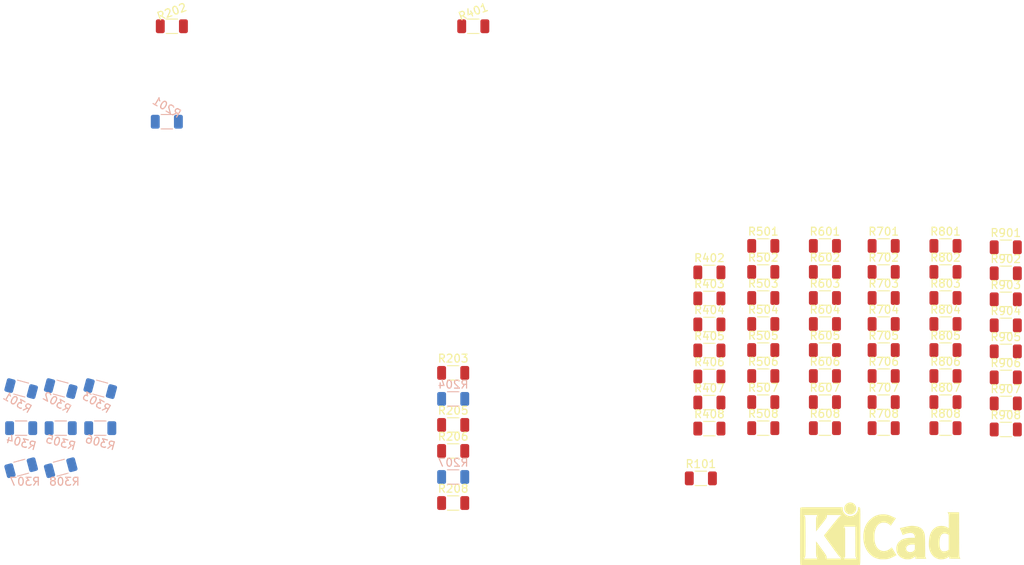
<source format=kicad_pcb>
(kicad_pcb (version 20231231) (generator "pcbnew") (generator_version "7.99")
  (layers (0 "F.Cu" signal) (31 "B.Cu" signal) (34 "B.Paste" user) (35 "F.Paste" user) (36 "B.SilkS" user "B.Silkscreen") (37 "F.SilkS" user "F.Silkscreen") (38 "B.Mask" user) (39 "F.Mask" user) (44 "Edge.Cuts" user))
  (net 0 "")
  (footprint "Resistor_SMD:R_1206_3216Metric" (layer "F.Cu") (at 105.41 88.495)
    (property "Reference" "R205" (at 0 -1.82 0) (layer "F.SilkS"))
    (property "Value" "R")
    (pad "1" smd roundrect (at -1.4625 0) (size 1.125 1.75) (layers "F.Cu" "F.Paste" "F.Mask") (roundrect_rratio 0.222222))
    (pad "2" smd roundrect (at 1.4625 0) (size 1.125 1.75) (layers "F.Cu" "F.Paste" "F.Mask") (roundrect_rratio 0.222222))
  )
  (footprint "Resistor_SMD:R_1206_3216Metric" (layer "F.Cu") (at 175.26 66.04)
    (property "Reference" "R901" (at 0 -1.82 0) (layer "F.SilkS"))
    (property "Value" "R")
    (pad "1" smd roundrect (at -1.4625 0) (size 1.125 1.75) (layers "F.Cu" "F.Paste" "F.Mask") (roundrect_rratio 0.222222))
    (pad "2" smd roundrect (at 1.4625 0) (size 1.125 1.75) (layers "F.Cu" "F.Paste" "F.Mask") (roundrect_rratio 0.222222))
  )
  (footprint "Resistor_SMD:R_1206_3216Metric" (layer "F.Cu") (at 159.8275 79.03)
    (property "Reference" "R705" (at 0 -1.82 0) (layer "F.SilkS"))
    (property "Value" "R")
    (pad "1" smd roundrect (at -1.4625 0) (size 1.125 1.75) (layers "F.Cu" "F.Paste" "F.Mask") (roundrect_rratio 0.222222))
    (pad "2" smd roundrect (at 1.4625 0) (size 1.125 1.75) (layers "F.Cu" "F.Paste" "F.Mask") (roundrect_rratio 0.222222))
  )
  (footprint "Resistor_SMD:R_1206_3216Metric" (layer "F.Cu") (at 107.95 38.1)
    (property "Reference" "R401" (at 0 -1.82 20) (layer "F.SilkS"))
    (property "Value" "R")
    (pad "1" smd roundrect (at -1.4625 0) (size 1.125 1.75) (layers "F.Cu" "F.Paste" "F.Mask") (roundrect_rratio 0.222222))
    (pad "2" smd roundrect (at 1.4625 0) (size 1.125 1.75) (layers "F.Cu" "F.Paste" "F.Mask") (roundrect_rratio 0.222222))
  )
  (footprint "Resistor_SMD:R_1206_3216Metric" (layer "F.Cu") (at 175.26 82.49)
    (property "Reference" "R906" (at 0 -1.82 0) (layer "F.SilkS"))
    (property "Value" "R")
    (pad "1" smd roundrect (at -1.4625 0) (size 1.125 1.75) (layers "F.Cu" "F.Paste" "F.Mask") (roundrect_rratio 0.222222))
    (pad "2" smd roundrect (at 1.4625 0) (size 1.125 1.75) (layers "F.Cu" "F.Paste" "F.Mask") (roundrect_rratio 0.222222))
  )
  (footprint "Resistor_SMD:R_1206_3216Metric" (layer "F.Cu") (at 175.26 72.62)
    (property "Reference" "R903" (at 0 -1.82 0) (layer "F.SilkS"))
    (property "Value" "R")
    (pad "1" smd roundrect (at -1.4625 0) (size 1.125 1.75) (layers "F.Cu" "F.Paste" "F.Mask") (roundrect_rratio 0.222222))
    (pad "2" smd roundrect (at 1.4625 0) (size 1.125 1.75) (layers "F.Cu" "F.Paste" "F.Mask") (roundrect_rratio 0.222222))
  )
  (footprint "Resistor_SMD:R_1206_3216Metric" (layer "F.Cu") (at 137.795 88.955)
    (property "Reference" "R408" (at 0 -1.82 0) (layer "F.SilkS"))
    (property "Value" "R")
    (pad "1" smd roundrect (at -1.4625 0) (size 1.125 1.75) (layers "F.Cu" "F.Paste" "F.Mask") (roundrect_rratio 0.222222))
    (pad "2" smd roundrect (at 1.4625 0) (size 1.125 1.75) (layers "F.Cu" "F.Paste" "F.Mask") (roundrect_rratio 0.222222))
  )
  (footprint "Resistor_SMD:R_1206_3216Metric" (layer "F.Cu") (at 152.4 65.87)
    (property "Reference" "R601" (at 0 -1.82 0) (layer "F.SilkS"))
    (property "Value" "R")
    (pad "1" smd roundrect (at -1.4625 0) (size 1.125 1.75) (layers "F.Cu" "F.Paste" "F.Mask") (roundrect_rratio 0.222222))
    (pad "2" smd roundrect (at 1.4625 0) (size 1.125 1.75) (layers "F.Cu" "F.Paste" "F.Mask") (roundrect_rratio 0.222222))
  )
  (footprint "Resistor_SMD:R_1206_3216Metric" (layer "F.Cu") (at 152.4 75.74)
    (property "Reference" "R604" (at 0 -1.82 0) (layer "F.SilkS"))
    (property "Value" "R")
    (pad "1" smd roundrect (at -1.4625 0) (size 1.125 1.75) (layers "F.Cu" "F.Paste" "F.Mask") (roundrect_rratio 0.222222))
    (pad "2" smd roundrect (at 1.4625 0) (size 1.125 1.75) (layers "F.Cu" "F.Paste" "F.Mask") (roundrect_rratio 0.222222))
  )
  (footprint "Resistor_SMD:R_1206_3216Metric" (layer "F.Cu") (at 175.26 89.07)
    (property "Reference" "R908" (at 0 -1.82 0) (layer "F.SilkS"))
    (property "Value" "R")
    (pad "1" smd roundrect (at -1.4625 0) (size 1.125 1.75) (layers "F.Cu" "F.Paste" "F.Mask") (roundrect_rratio 0.222222))
    (pad "2" smd roundrect (at 1.4625 0) (size 1.125 1.75) (layers "F.Cu" "F.Paste" "F.Mask") (roundrect_rratio 0.222222))
  )
  (footprint "Resistor_SMD:R_1206_3216Metric" (layer "F.Cu") (at 105.41 91.785)
    (property "Reference" "R206" (at 0 -1.82 0) (layer "F.SilkS"))
    (property "Value" "R")
    (pad "1" smd roundrect (at -1.4625 0) (size 1.125 1.75) (layers "F.Cu" "F.Paste" "F.Mask") (roundrect_rratio 0.222222))
    (pad "2" smd roundrect (at 1.4625 0) (size 1.125 1.75) (layers "F.Cu" "F.Paste" "F.Mask") (roundrect_rratio 0.222222))
  )
  (footprint "Resistor_SMD:R_1206_3216Metric" (layer "F.Cu") (at 175.26 75.91)
    (property "Reference" "R904" (at 0 -1.82 0) (layer "F.SilkS"))
    (property "Value" "R")
    (pad "1" smd roundrect (at -1.4625 0) (size 1.125 1.75) (layers "F.Cu" "F.Paste" "F.Mask") (roundrect_rratio 0.222222))
    (pad "2" smd roundrect (at 1.4625 0) (size 1.125 1.75) (layers "F.Cu" "F.Paste" "F.Mask") (roundrect_rratio 0.222222))
  )
  (footprint "Resistor_SMD:R_1206_3216Metric" (layer "F.Cu") (at 159.8275 88.9)
    (property "Reference" "R708" (at 0 -1.82 0) (layer "F.SilkS"))
    (property "Value" "R")
    (pad "1" smd roundrect (at -1.4625 0) (size 1.125 1.75) (layers "F.Cu" "F.Paste" "F.Mask") (roundrect_rratio 0.222222))
    (pad "2" smd roundrect (at 1.4625 0) (size 1.125 1.75) (layers "F.Cu" "F.Paste" "F.Mask") (roundrect_rratio 0.222222))
  )
  (footprint "Resistor_SMD:R_1206_3216Metric" (layer "F.Cu") (at 167.64 65.87)
    (property "Reference" "R801" (at 0 -1.82 0) (layer "F.SilkS"))
    (property "Value" "R")
    (pad "1" smd roundrect (at -1.4625 0) (size 1.125 1.75) (layers "F.Cu" "F.Paste" "F.Mask") (roundrect_rratio 0.222222))
    (pad "2" smd roundrect (at 1.4625 0) (size 1.125 1.75) (layers "F.Cu" "F.Paste" "F.Mask") (roundrect_rratio 0.222222))
  )
  (footprint "Resistor_SMD:R_1206_3216Metric" (layer "F.Cu") (at 69.85 38.1)
    (property "Reference" "R202" (at 0 -1.82 20) (layer "F.SilkS"))
    (property "Value" "R")
    (pad "1" smd roundrect (at -1.4625 0) (size 1.125 1.75) (layers "F.Cu" "F.Paste" "F.Mask") (roundrect_rratio 0.222222))
    (pad "2" smd roundrect (at 1.4625 0) (size 1.125 1.75) (layers "F.Cu" "F.Paste" "F.Mask") (roundrect_rratio 0.222222))
  )
  (footprint "Resistor_SMD:R_1206_3216Metric" (layer "F.Cu") (at 175.26 69.33)
    (property "Reference" "R902" (at 0 -1.82 0) (layer "F.SilkS"))
    (property "Value" "R")
    (pad "1" smd roundrect (at -1.4625 0) (size 1.125 1.75) (layers "F.Cu" "F.Paste" "F.Mask") (roundrect_rratio 0.222222))
    (pad "2" smd roundrect (at 1.4625 0) (size 1.125 1.75) (layers "F.Cu" "F.Paste" "F.Mask") (roundrect_rratio 0.222222))
  )
  (footprint "Resistor_SMD:R_1206_3216Metric" (layer "F.Cu") (at 159.8275 82.32)
    (property "Reference" "R706" (at 0 -1.82 0) (layer "F.SilkS"))
    (property "Value" "R")
    (pad "1" smd roundrect (at -1.4625 0) (size 1.125 1.75) (layers "F.Cu" "F.Paste" "F.Mask") (roundrect_rratio 0.222222))
    (pad "2" smd roundrect (at 1.4625 0) (size 1.125 1.75) (layers "F.Cu" "F.Paste" "F.Mask") (roundrect_rratio 0.222222))
  )
  (footprint "Resistor_SMD:R_1206_3216Metric" (layer "F.Cu") (at 137.795 75.795)
    (property "Reference" "R404" (at 0 -1.82 0) (layer "F.SilkS"))
    (property "Value" "R")
    (pad "1" smd roundrect (at -1.4625 0) (size 1.125 1.75) (layers "F.Cu" "F.Paste" "F.Mask") (roundrect_rratio 0.222222))
    (pad "2" smd roundrect (at 1.4625 0) (size 1.125 1.75) (layers "F.Cu" "F.Paste" "F.Mask") (roundrect_rratio 0.222222))
  )
  (footprint "Resistor_SMD:R_1206_3216Metric" (layer "F.Cu") (at 144.6075 79.03)
    (property "Reference" "R505" (at 0 -1.82 0) (layer "F.SilkS"))
    (property "Value" "R")
    (pad "1" smd roundrect (at -1.4625 0) (size 1.125 1.75) (layers "F.Cu" "F.Paste" "F.Mask") (roundrect_rratio 0.222222))
    (pad "2" smd roundrect (at 1.4625 0) (size 1.125 1.75) (layers "F.Cu" "F.Paste" "F.Mask") (roundrect_rratio 0.222222))
  )
  (footprint "Resistor_SMD:R_1206_3216Metric" (layer "F.Cu") (at 167.64 88.9)
    (property "Reference" "R808" (at 0 -1.82 0) (layer "F.SilkS"))
    (property "Value" "R")
    (pad "1" smd roundrect (at -1.4625 0) (size 1.125 1.75) (layers "F.Cu" "F.Paste" "F.Mask") (roundrect_rratio 0.222222))
    (pad "2" smd roundrect (at 1.4625 0) (size 1.125 1.75) (layers "F.Cu" "F.Paste" "F.Mask") (roundrect_rratio 0.222222))
  )
  (footprint "Resistor_SMD:R_1206_3216Metric" (layer "F.Cu") (at 136.7175 95.25)
    (property "Reference" "R101" (at 0 -1.82 0) (layer "F.SilkS"))
    (property "Value" "R")
    (pad "1" smd roundrect (at -1.4625 0) (size 1.125 1.75) (layers "F.Cu" "F.Paste" "F.Mask") (roundrect_rratio 0.222222))
    (pad "2" smd roundrect (at 1.4625 0) (size 1.125 1.75) (layers "F.Cu" "F.Paste" "F.Mask") (roundrect_rratio 0.222222))
  )
  (footprint "Resistor_SMD:R_1206_3216Metric" (layer "F.Cu") (at 175.26 85.78)
    (property "Reference" "R907" (at 0 -1.82 0) (layer "F.SilkS"))
    (property "Value" "R")
    (pad "1" smd roundrect (at -1.4625 0) (size 1.125 1.75) (layers "F.Cu" "F.Paste" "F.Mask") (roundrect_rratio 0.222222))
    (pad "2" smd roundrect (at 1.4625 0) (size 1.125 1.75) (layers "F.Cu" "F.Paste" "F.Mask") (roundrect_rratio 0.222222))
  )
  (footprint "Resistor_SMD:R_1206_3216Metric" (layer "F.Cu") (at 152.4 82.32)
    (property "Reference" "R606" (at 0 -1.82 0) (layer "F.SilkS"))
    (property "Value" "R")
    (pad "1" smd roundrect (at -1.4625 0) (size 1.125 1.75) (layers "F.Cu" "F.Paste" "F.Mask") (roundrect_rratio 0.222222))
    (pad "2" smd roundrect (at 1.4625 0) (size 1.125 1.75) (layers "F.Cu" "F.Paste" "F.Mask") (roundrect_rratio 0.222222))
  )
  (footprint "Resistor_SMD:R_1206_3216Metric" (layer "F.Cu") (at 144.6075 82.32)
    (property "Reference" "R506" (at 0 -1.82 0) (layer "F.SilkS"))
    (property "Value" "R")
    (pad "1" smd roundrect (at -1.4625 0) (size 1.125 1.75) (layers "F.Cu" "F.Paste" "F.Mask") (roundrect_rratio 0.222222))
    (pad "2" smd roundrect (at 1.4625 0) (size 1.125 1.75) (layers "F.Cu" "F.Paste" "F.Mask") (roundrect_rratio 0.222222))
  )
  (footprint "Resistor_SMD:R_1206_3216Metric" (layer "F.Cu") (at 144.6075 72.45)
    (property "Reference" "R503" (at 0 -1.82 0) (layer "F.SilkS"))
    (property "Value" "R")
    (pad "1" smd roundrect (at -1.4625 0) (size 1.125 1.75) (layers "F.Cu" "F.Paste" "F.Mask") (roundrect_rratio 0.222222))
    (pad "2" smd roundrect (at 1.4625 0) (size 1.125 1.75) (layers "F.Cu" "F.Paste" "F.Mask") (roundrect_rratio 0.222222))
  )
  (footprint "Resistor_SMD:R_1206_3216Metric" (layer "F.Cu") (at 144.6075 65.87)
    (property "Reference" "R501" (at 0 -1.82 0) (layer "F.SilkS"))
    (property "Value" "R")
    (pad "1" smd roundrect (at -1.4625 0) (size 1.125 1.75) (layers "F.Cu" "F.Paste" "F.Mask") (roundrect_rratio 0.222222))
    (pad "2" smd roundrect (at 1.4625 0) (size 1.125 1.75) (layers "F.Cu" "F.Paste" "F.Mask") (roundrect_rratio 0.222222))
  )
  (footprint "Resistor_SMD:R_1206_3216Metric" (layer "F.Cu") (at 152.4 85.61)
    (property "Reference" "R607" (at 0 -1.82 0) (layer "F.SilkS"))
    (property "Value" "R")
    (pad "1" smd roundrect (at -1.4625 0) (size 1.125 1.75) (layers "F.Cu" "F.Paste" "F.Mask") (roundrect_rratio 0.222222))
    (pad "2" smd roundrect (at 1.4625 0) (size 1.125 1.75) (layers "F.Cu" "F.Paste" "F.Mask") (roundrect_rratio 0.222222))
  )
  (footprint "Resistor_SMD:R_1206_3216Metric" (layer "F.Cu") (at 167.64 85.61)
    (property "Reference" "R807" (at 0 -1.82 0) (layer "F.SilkS"))
    (property "Value" "R")
    (pad "1" smd roundrect (at -1.4625 0) (size 1.125 1.75) (layers "F.Cu" "F.Paste" "F.Mask") (roundrect_rratio 0.222222))
    (pad "2" smd roundrect (at 1.4625 0) (size 1.125 1.75) (layers "F.Cu" "F.Paste" "F.Mask") (roundrect_rratio 0.222222))
  )
  (footprint "Resistor_SMD:R_1206_3216Metric" (layer "F.Cu") (at 137.795 69.215)
    (property "Reference" "R402" (at 0 -1.82 0) (layer "F.SilkS"))
    (property "Value" "R")
    (pad "1" smd roundrect (at -1.4625 0) (size 1.125 1.75) (layers "F.Cu" "F.Paste" "F.Mask") (roundrect_rratio 0.222222))
    (pad "2" smd roundrect (at 1.4625 0) (size 1.125 1.75) (layers "F.Cu" "F.Paste" "F.Mask") (roundrect_rratio 0.222222))
  )
  (footprint "Resistor_SMD:R_1206_3216Metric" (layer "F.Cu") (at 175.26 79.2)
    (property "Reference" "R905" (at 0 -1.82 0) (layer "F.SilkS"))
    (property "Value" "R")
    (pad "1" smd roundrect (at -1.4625 0) (size 1.125 1.75) (layers "F.Cu" "F.Paste" "F.Mask") (roundrect_rratio 0.222222))
    (pad "2" smd roundrect (at 1.4625 0) (size 1.125 1.75) (layers "F.Cu" "F.Paste" "F.Mask") (roundrect_rratio 0.222222))
  )
  (footprint "Resistor_SMD:R_1206_3216Metric" (layer "F.Cu") (at 167.64 75.74)
    (property "Reference" "R804" (at 0 -1.82 0) (layer "F.SilkS"))
    (property "Value" "R")
    (pad "1" smd roundrect (at -1.4625 0) (size 1.125 1.75) (layers "F.Cu" "F.Paste" "F.Mask") (roundrect_rratio 0.222222))
    (pad "2" smd roundrect (at 1.4625 0) (size 1.125 1.75) (layers "F.Cu" "F.Paste" "F.Mask") (roundrect_rratio 0.222222))
  )
  (footprint "Resistor_SMD:R_1206_3216Metric" (layer "F.Cu") (at 152.4 79.03)
    (property "Reference" "R605" (at 0 -1.82 0) (layer "F.SilkS"))
    (property "Value" "R")
    (pad "1" smd roundrect (at -1.4625 0) (size 1.125 1.75) (layers "F.Cu" "F.Paste" "F.Mask") (roundrect_rratio 0.222222))
    (pad "2" smd roundrect (at 1.4625 0) (size 1.125 1.75) (layers "F.Cu" "F.Paste" "F.Mask") (roundrect_rratio 0.222222))
  )
  (footprint "Resistor_SMD:R_1206_3216Metric" (layer "F.Cu") (at 144.6075 88.9)
    (property "Reference" "R508" (at 0 -1.82 0) (layer "F.SilkS"))
    (property "Value" "R")
    (pad "1" smd roundrect (at -1.4625 0) (size 1.125 1.75) (layers "F.Cu" "F.Paste" "F.Mask") (roundrect_rratio 0.222222))
    (pad "2" smd roundrect (at 1.4625 0) (size 1.125 1.75) (layers "F.Cu" "F.Paste" "F.Mask") (roundrect_rratio 0.222222))
  )
  (footprint "Resistor_SMD:R_1206_3216Metric" (layer "F.Cu") (at 159.8275 69.16)
    (property "Reference" "R702" (at 0 -1.82 0) (layer "F.SilkS"))
    (property "Value" "R")
    (pad "1" smd roundrect (at -1.4625 0) (size 1.125 1.75) (layers "F.Cu" "F.Paste" "F.Mask") (roundrect_rratio 0.222222))
    (pad "2" smd roundrect (at 1.4625 0) (size 1.125 1.75) (layers "F.Cu" "F.Paste" "F.Mask") (roundrect_rratio 0.222222))
  )
  (footprint "Resistor_SMD:R_1206_3216Metric" (layer "F.Cu") (at 159.8275 75.74)
    (property "Reference" "R704" (at 0 -1.82 0) (layer "F.SilkS"))
    (property "Value" "R")
    (pad "1" smd roundrect (at -1.4625 0) (size 1.125 1.75) (layers "F.Cu" "F.Paste" "F.Mask") (roundrect_rratio 0.222222))
    (pad "2" smd roundrect (at 1.4625 0) (size 1.125 1.75) (layers "F.Cu" "F.Paste" "F.Mask") (roundrect_rratio 0.222222))
  )
  (footprint "Resistor_SMD:R_1206_3216Metric" (layer "F.Cu") (at 137.795 72.505)
    (property "Reference" "R403" (at 0 -1.82 0) (layer "F.SilkS"))
    (property "Value" "R")
    (pad "1" smd roundrect (at -1.4625 0) (size 1.125 1.75) (layers "F.Cu" "F.Paste" "F.Mask") (roundrect_rratio 0.222222))
    (pad "2" smd roundrect (at 1.4625 0) (size 1.125 1.75) (layers "F.Cu" "F.Paste" "F.Mask") (roundrect_rratio 0.222222))
  )
  (footprint "Resistor_SMD:R_1206_3216Metric" (layer "F.Cu") (at 152.4 72.45)
    (property "Reference" "R603" (at 0 -1.82 0) (layer "F.SilkS"))
    (property "Value" "R")
    (pad "1" smd roundrect (at -1.4625 0) (size 1.125 1.75) (layers "F.Cu" "F.Paste" "F.Mask") (roundrect_rratio 0.222222))
    (pad "2" smd roundrect (at 1.4625 0) (size 1.125 1.75) (layers "F.Cu" "F.Paste" "F.Mask") (roundrect_rratio 0.222222))
  )
  (footprint "Resistor_SMD:R_1206_3216Metric" (layer "F.Cu") (at 137.795 82.375)
    (property "Reference" "R406" (at 0 -1.82 0) (layer "F.SilkS"))
    (property "Value" "R")
    (pad "1" smd roundrect (at -1.4625 0) (size 1.125 1.75) (layers "F.Cu" "F.Paste" "F.Mask") (roundrect_rratio 0.222222))
    (pad "2" smd roundrect (at 1.4625 0) (size 1.125 1.75) (layers "F.Cu" "F.Paste" "F.Mask") (roundrect_rratio 0.222222))
  )
  (footprint "Resistor_SMD:R_1206_3216Metric" (layer "F.Cu") (at 144.6075 75.74)
    (property "Reference" "R504" (at 0 -1.82 0) (layer "F.SilkS"))
    (property "Value" "R")
    (pad "1" smd roundrect (at -1.4625 0) (size 1.125 1.75) (layers "F.Cu" "F.Paste" "F.Mask") (roundrect_rratio 0.222222))
    (pad "2" smd roundrect (at 1.4625 0) (size 1.125 1.75) (layers "F.Cu" "F.Paste" "F.Mask") (roundrect_rratio 0.222222))
  )
  (footprint "Resistor_SMD:R_1206_3216Metric" (layer "F.Cu") (at 105.41 81.915)
    (property "Reference" "R203" (at 0 -1.82 0) (layer "F.SilkS"))
    (property "Value" "R")
    (pad "1" smd roundrect (at -1.4625 0) (size 1.125 1.75) (layers "F.Cu" "F.Paste" "F.Mask") (roundrect_rratio 0.222222))
    (pad "2" smd roundrect (at 1.4625 0) (size 1.125 1.75) (layers "F.Cu" "F.Paste" "F.Mask") (roundrect_rratio 0.222222))
  )
  (footprint "Resistor_SMD:R_1206_3216Metric" (layer "F.Cu") (at 167.64 72.45)
    (property "Reference" "R803" (at 0 -1.82 0) (layer "F.SilkS"))
    (property "Value" "R")
    (pad "1" smd roundrect (at -1.4625 0) (size 1.125 1.75) (layers "F.Cu" "F.Paste" "F.Mask") (roundrect_rratio 0.222222))
    (pad "2" smd roundrect (at 1.4625 0) (size 1.125 1.75) (layers "F.Cu" "F.Paste" "F.Mask") (roundrect_rratio 0.222222))
  )
  (footprint "Resistor_SMD:R_1206_3216Metric" (layer "F.Cu") (at 137.795 85.665)
    (property "Reference" "R407" (at 0 -1.82 0) (layer "F.SilkS"))
    (property "Value" "R")
    (pad "1" smd roundrect (at -1.4625 0) (size 1.125 1.75) (layers "F.Cu" "F.Paste" "F.Mask") (roundrect_rratio 0.222222))
    (pad "2" smd roundrect (at 1.4625 0) (size 1.125 1.75) (layers "F.Cu" "F.Paste" "F.Mask") (roundrect_rratio 0.222222))
  )
  (footprint "Resistor_SMD:R_1206_3216Metric" (layer "F.Cu") (at 167.64 82.32)
    (property "Reference" "R806" (at 0 -1.82 0) (layer "F.SilkS"))
    (property "Value" "R")
    (pad "1" smd roundrect (at -1.4625 0) (size 1.125 1.75) (layers "F.Cu" "F.Paste" "F.Mask") (roundrect_rratio 0.222222))
    (pad "2" smd roundrect (at 1.4625 0) (size 1.125 1.75) (layers "F.Cu" "F.Paste" "F.Mask") (roundrect_rratio 0.222222))
  )
  (footprint "Resistor_SMD:R_1206_3216Metric" (layer "F.Cu") (at 152.4 69.16)
    (property "Reference" "R602" (at 0 -1.82 0) (layer "F.SilkS"))
    (property "Value" "R")
    (pad "1" smd roundrect (at -1.4625 0) (size 1.125 1.75) (layers "F.Cu" "F.Paste" "F.Mask") (roundrect_rratio 0.222222))
    (pad "2" smd roundrect (at 1.4625 0) (size 1.125 1.75) (layers "F.Cu" "F.Paste" "F.Mask") (roundrect_rratio 0.222222))
  )
  (footprint "Resistor_SMD:R_1206_3216Metric" (layer "F.Cu") (at 159.8275 72.45)
    (property "Reference" "R703" (at 0 -1.82 0) (layer "F.SilkS"))
    (property "Value" "R")
    (pad "1" smd roundrect (at -1.4625 0) (size 1.125 1.75) (layers "F.Cu" "F.Paste" "F.Mask") (roundrect_rratio 0.222222))
    (pad "2" smd roundrect (at 1.4625 0) (size 1.125 1.75) (layers "F.Cu" "F.Paste" "F.Mask") (roundrect_rratio 0.222222))
  )
  (footprint "Resistor_SMD:R_1206_3216Metric" (layer "F.Cu") (at 105.41 98.365)
    (property "Reference" "R208" (at 0 -1.82 0) (layer "F.SilkS"))
    (property "Value" "R")
    (pad "1" smd roundrect (at -1.4625 0) (size 1.125 1.75) (layers "F.Cu" "F.Paste" "F.Mask") (roundrect_rratio 0.222222))
    (pad "2" smd roundrect (at 1.4625 0) (size 1.125 1.75) (layers "F.Cu" "F.Paste" "F.Mask") (roundrect_rratio 0.222222))
  )
  (footprint "Resistor_SMD:R_1206_3216Metric" (layer "F.Cu") (at 159.8275 65.87)
    (property "Reference" "R701" (at 0 -1.82 0) (layer "F.SilkS"))
    (property "Value" "R")
    (pad "1" smd roundrect (at -1.4625 0) (size 1.125 1.75) (layers "F.Cu" "F.Paste" "F.Mask") (roundrect_rratio 0.222222))
    (pad "2" smd roundrect (at 1.4625 0) (size 1.125 1.75) (layers "F.Cu" "F.Paste" "F.Mask") (roundrect_rratio 0.222222))
  )
  (footprint "Resistor_SMD:R_1206_3216Metric" (layer "F.Cu") (at 159.8275 85.61)
    (property "Reference" "R707" (at 0 -1.82 0) (layer "F.SilkS"))
    (property "Value" "R")
    (pad "1" smd roundrect (at -1.4625 0) (size 1.125 1.75) (layers "F.Cu" "F.Paste" "F.Mask") (roundrect_rratio 0.222222))
    (pad "2" smd roundrect (at 1.4625 0) (size 1.125 1.75) (layers "F.Cu" "F.Paste" "F.Mask") (roundrect_rratio 0.222222))
  )
  (footprint "Resistor_SMD:R_1206_3216Metric" (layer "F.Cu") (at 167.64 79.03)
    (property "Reference" "R805" (at 0 -1.82 0) (layer "F.SilkS"))
    (property "Value" "R")
    (pad "1" smd roundrect (at -1.4625 0) (size 1.125 1.75) (layers "F.Cu" "F.Paste" "F.Mask") (roundrect_rratio 0.222222))
    (pad "2" smd roundrect (at 1.4625 0) (size 1.125 1.75) (layers "F.Cu" "F.Paste" "F.Mask") (roundrect_rratio 0.222222))
  )
  (footprint "Resistor_SMD:R_1206_3216Metric" (layer "F.Cu") (at 152.4 88.9)
    (property "Reference" "R608" (at 0 -1.82 0) (layer "F.SilkS"))
    (property "Value" "R")
    (pad "1" smd roundrect (at -1.4625 0) (size 1.125 1.75) (layers "F.Cu" "F.Paste" "F.Mask") (roundrect_rratio 0.222222))
    (pad "2" smd roundrect (at 1.4625 0) (size 1.125 1.75) (layers "F.Cu" "F.Paste" "F.Mask") (roundrect_rratio 0.222222))
  )
  (footprint "Resistor_SMD:R_1206_3216Metric" (layer "F.Cu") (at 137.795 79.085)
    (property "Reference" "R405" (at 0 -1.82 0) (layer "F.SilkS"))
    (property "Value" "R")
    (pad "1" smd roundrect (at -1.4625 0) (size 1.125 1.75) (layers "F.Cu" "F.Paste" "F.Mask") (roundrect_rratio 0.222222))
    (pad "2" smd roundrect (at 1.4625 0) (size 1.125 1.75) (layers "F.Cu" "F.Paste" "F.Mask") (roundrect_rratio 0.222222))
  )
  (footprint "Resistor_SMD:R_1206_3216Metric" (layer "F.Cu") (at 144.6075 69.16)
    (property "Reference" "R502" (at 0 -1.82 0) (layer "F.SilkS"))
    (property "Value" "R")
    (pad "1" smd roundrect (at -1.4625 0) (size 1.125 1.75) (layers "F.Cu" "F.Paste" "F.Mask") (roundrect_rratio 0.222222))
    (pad "2" smd roundrect (at 1.4625 0) (size 1.125 1.75) (layers "F.Cu" "F.Paste" "F.Mask") (roundrect_rratio 0.222222))
  )
  (footprint "Resistor_SMD:R_1206_3216Metric" (layer "F.Cu") (at 144.6075 85.61)
    (property "Reference" "R507" (at 0 -1.82 0) (layer "F.SilkS"))
    (property "Value" "R")
    (pad "1" smd roundrect (at -1.4625 0) (size 1.125 1.75) (layers "F.Cu" "F.Paste" "F.Mask") (roundrect_rratio 0.222222))
    (pad "2" smd roundrect (at 1.4625 0) (size 1.125 1.75) (layers "F.Cu" "F.Paste" "F.Mask") (roundrect_rratio 0.222222))
  )
  (footprint "Symbol:KiCad-Logo_8mm_SilkScreen" (layer "F.Cu") (at 159.385 102.235)
    (property "Reference" "REF**" (hide yes))
    (property "Value" "KiCad-Logo_8mm_SilkScreen" (hide yes))
  )
  (footprint "Resistor_SMD:R_1206_3216Metric" (layer "F.Cu") (at 167.64 69.16)
    (property "Reference" "R802" (at 0 -1.82 0) (layer "F.SilkS"))
    (property "Value" "R")
    (pad "1" smd roundrect (at -1.4625 0) (size 1.125 1.75) (layers "F.Cu" "F.Paste" "F.Mask") (roundrect_rratio 0.222222))
    (pad "2" smd roundrect (at 1.4625 0) (size 1.125 1.75) (layers "F.Cu" "F.Paste" "F.Mask") (roundrect_rratio 0.222222))
  )
  (footprint "Resistor_SMD:R_1206_3216Metric" (layer "B.Cu") (at 55.8 93.9 15)
    (property "Reference" "R308" (at -0.000001 1.82 180) (layer "B.SilkS") (effects (justify mirror)))
    (property "Value" "R")
    (pad "1" smd roundrect (at -1.462501 0 15) (size 1.125 1.75) (layers "B.Cu" "B.Paste" "B.Mask") (roundrect_rratio 0.222222))
    (pad "2" smd roundrect (at 1.462501 0 15) (size 1.125 1.75) (layers "B.Cu" "B.Paste" "B.Mask") (roundrect_rratio 0.222222))
  )
  (footprint "Resistor_SMD:R_1206_3216Metric" (layer "B.Cu") (at 60.8 88.9)
    (property "Reference" "R306" (at 0 1.82 165) (layer "B.SilkS") (effects (justify mirror)))
    (property "Value" "R")
    (pad "1" smd roundrect (at -1.4625 0) (size 1.125 1.75) (layers "B.Cu" "B.Paste" "B.Mask") (roundrect_rratio 0.222222))
    (pad "2" smd roundrect (at 1.4625 0) (size 1.125 1.75) (layers "B.Cu" "B.Paste" "B.Mask") (roundrect_rratio 0.222222))
  )
  (footprint "Resistor_SMD:R_1206_3216Metric" (layer "B.Cu") (at 55.8 83.9 -15)
    (property "Reference" "R302" (at 0 1.82 150) (layer "B.SilkS") (effects (justify mirror)))
    (property "Value" "R")
    (pad "1" smd roundrect (at -1.462501 0 345) (size 1.125 1.75) (layers "B.Cu" "B.Paste" "B.Mask") (roundrect_rratio 0.222222))
    (pad "2" smd roundrect (at 1.462501 0 345) (size 1.125 1.75) (layers "B.Cu" "B.Paste" "B.Mask") (roundrect_rratio 0.222222))
  )
  (footprint "Resistor_SMD:R_1206_3216Metric" (layer "B.Cu") (at 50.8 93.9 15)
    (property "Reference" "R307" (at -0.000001 1.82 180) (layer "B.SilkS") (effects (justify mirror)))
    (property "Value" "R")
    (pad "1" smd roundrect (at -1.462501 0 15) (size 1.125 1.75) (layers "B.Cu" "B.Paste" "B.Mask") (roundrect_rratio 0.222222))
    (pad "2" smd roundrect (at 1.462501 0 15) (size 1.125 1.75) (layers "B.Cu" "B.Paste" "B.Mask") (roundrect_rratio 0.222222))
  )
  (footprint "Resistor_SMD:R_1206_3216Metric" (layer "B.Cu") (at 50.8 83.9 -15)
    (property "Reference" "R301" (at 0 1.82 150) (layer "B.SilkS") (effects (justify mirror)))
    (property "Value" "R")
    (pad "1" smd roundrect (at -1.462501 0 345) (size 1.125 1.75) (layers "B.Cu" "B.Paste" "B.Mask") (roundrect_rratio 0.222222))
    (pad "2" smd roundrect (at 1.462501 0 345) (size 1.125 1.75) (layers "B.Cu" "B.Paste" "B.Mask") (roundrect_rratio 0.222222))
  )
  (footprint "Resistor_SMD:R_1206_3216Metric" (layer "B.Cu") (at 105.41 85.205 180)
    (property "Reference" "R204" (at 0 1.82 180) (layer "B.SilkS") (effects (justify mirror)))
    (property "Value" "R")
    (pad "1" smd roundrect (at -1.4625 0 180) (size 1.125 1.75) (layers "B.Cu" "B.Paste" "B.Mask") (roundrect_rratio 0.222222))
    (pad "2" smd roundrect (at 1.4625 0 180) (size 1.125 1.75) (layers "B.Cu" "B.Paste" "B.Mask") (roundrect_rratio 0.222222))
  )
  (footprint "Resistor_SMD:R_1206_3216Metric" (layer "B.Cu") (at 50.8 88.9)
    (property "Reference" "R304" (at 0 1.82 165) (layer "B.SilkS") (effects (justify mirror)))
    (property "Value" "R")
    (pad "1" smd roundrect (at -1.4625 0) (size 1.125 1.75) (layers "B.Cu" "B.Paste" "B.Mask") (roundrect_rratio 0.222222))
    (pad "2" smd roundrect (at 1.4625 0) (size 1.125 1.75) (layers "B.Cu" "B.Paste" "B.Mask") (roundrect_rratio 0.222222))
  )
  (footprint "Resistor_SMD:R_1206_3216Metric" (layer "B.Cu") (at 55.8 88.9)
    (property "Reference" "R305" (at 0 1.82 165) (layer "B.SilkS") (effects (justify mirror)))
    (property "Value" "R")
    (pad "1" smd roundrect (at -1.4625 0) (size 1.125 1.75) (layers "B.Cu" "B.Paste" "B.Mask") (roundrect_rratio 0.222222))
    (pad "2" smd roundrect (at 1.4625 0) (size 1.125 1.75) (layers "B.Cu" "B.Paste" "B.Mask") (roundrect_rratio 0.222222))
  )
  (footprint "Resistor_SMD:R_1206_3216Metric" (layer "B.Cu") (at 69.215 50.165 180)
    (property "Reference" "R201" (at 0 1.82 -30) (layer "B.SilkS") (effects (justify mirror)))
    (property "Value" "R")
    (pad "1" smd roundrect (at -1.4625 0 180) (size 1.125 1.75) (layers "B.Cu" "B.Paste" "B.Mask") (roundrect_rratio 0.222222))
    (pad "2" smd roundrect (at 1.4625 0 180) (size 1.125 1.75) (layers "B.Cu" "B.Paste" "B.Mask") (roundrect_rratio 0.222222))
  )
  (footprint "Resistor_SMD:R_1206_3216Metric" (layer "B.Cu") (at 105.41 95.075 180)
    (property "Reference" "R207" (at 0 1.82 180) (layer "B.SilkS") (effects (justify mirror)))
    (property "Value" "R")
    (pad "1" smd roundrect (at -1.4625 0 180) (size 1.125 1.75) (layers "B.Cu" "B.Paste" "B.Mask") (roundrect_rratio 0.222222))
    (pad "2" smd roundrect (at 1.4625 0 180) (size 1.125 1.75) (layers "B.Cu" "B.Paste" "B.Mask") (roundrect_rratio 0.222222))
  )
  (footprint "Resistor_SMD:R_1206_3216Metric" (layer "B.Cu") (at 60.8 83.9 -15)
    (property "Reference" "R303" (at 0 1.82 150) (layer "B.SilkS") (effects (justify mirror)))
    (property "Value" "R")
    (pad "1" smd roundrect (at -1.462501 0 345) (size 1.125 1.75) (layers "B.Cu" "B.Paste" "B.Mask") (roundrect_rratio 0.222222))
    (pad "2" smd roundrect (at 1.462501 0 345) (size 1.125 1.75) (layers "B.Cu" "B.Paste" "B.Mask") (roundrect_rratio 0.222222))
  )
)
</source>
